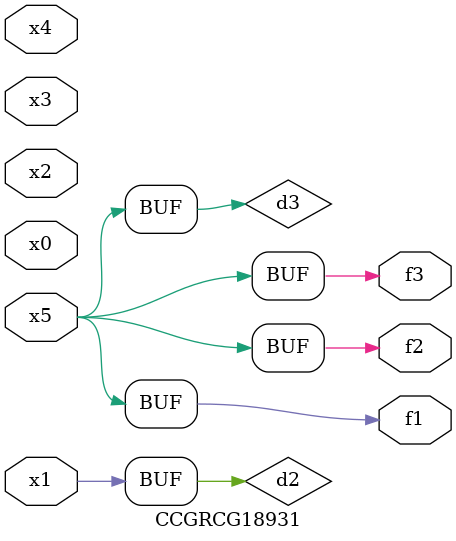
<source format=v>
module CCGRCG18931(
	input x0, x1, x2, x3, x4, x5,
	output f1, f2, f3
);

	wire d1, d2, d3;

	not (d1, x5);
	or (d2, x1);
	xnor (d3, d1);
	assign f1 = d3;
	assign f2 = d3;
	assign f3 = d3;
endmodule

</source>
